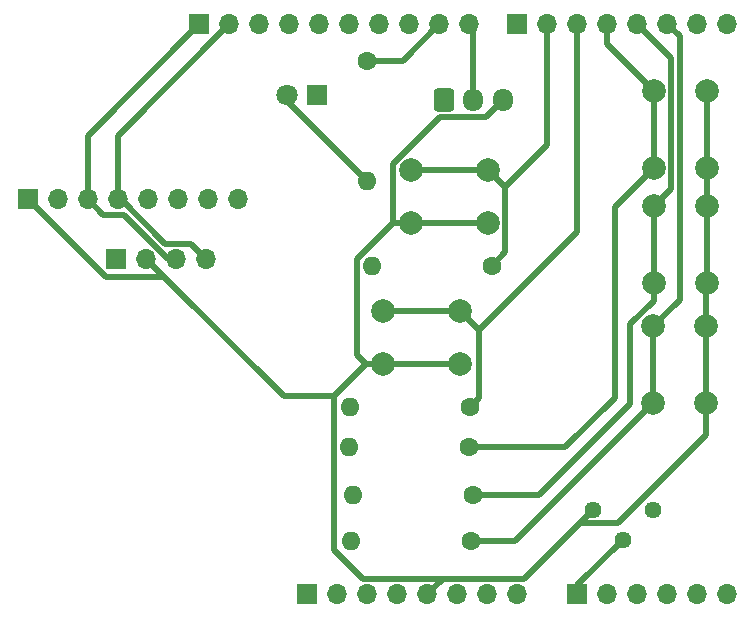
<source format=gbr>
%TF.GenerationSoftware,KiCad,Pcbnew,8.0.8*%
%TF.CreationDate,2025-02-03T17:06:43-07:00*%
%TF.ProjectId,ArduinoShieldThermoPro,41726475-696e-46f5-9368-69656c645468,rev?*%
%TF.SameCoordinates,Original*%
%TF.FileFunction,Copper,L1,Top*%
%TF.FilePolarity,Positive*%
%FSLAX46Y46*%
G04 Gerber Fmt 4.6, Leading zero omitted, Abs format (unit mm)*
G04 Created by KiCad (PCBNEW 8.0.8) date 2025-02-03 17:06:43*
%MOMM*%
%LPD*%
G01*
G04 APERTURE LIST*
G04 Aperture macros list*
%AMRoundRect*
0 Rectangle with rounded corners*
0 $1 Rounding radius*
0 $2 $3 $4 $5 $6 $7 $8 $9 X,Y pos of 4 corners*
0 Add a 4 corners polygon primitive as box body*
4,1,4,$2,$3,$4,$5,$6,$7,$8,$9,$2,$3,0*
0 Add four circle primitives for the rounded corners*
1,1,$1+$1,$2,$3*
1,1,$1+$1,$4,$5*
1,1,$1+$1,$6,$7*
1,1,$1+$1,$8,$9*
0 Add four rect primitives between the rounded corners*
20,1,$1+$1,$2,$3,$4,$5,0*
20,1,$1+$1,$4,$5,$6,$7,0*
20,1,$1+$1,$6,$7,$8,$9,0*
20,1,$1+$1,$8,$9,$2,$3,0*%
G04 Aperture macros list end*
%TA.AperFunction,ComponentPad*%
%ADD10O,1.600000X1.600000*%
%TD*%
%TA.AperFunction,ComponentPad*%
%ADD11C,1.600000*%
%TD*%
%TA.AperFunction,ComponentPad*%
%ADD12O,1.700000X1.950000*%
%TD*%
%TA.AperFunction,ComponentPad*%
%ADD13RoundRect,0.250000X-0.600000X-0.725000X0.600000X-0.725000X0.600000X0.725000X-0.600000X0.725000X0*%
%TD*%
%TA.AperFunction,ComponentPad*%
%ADD14R,1.700000X1.700000*%
%TD*%
%TA.AperFunction,ComponentPad*%
%ADD15O,1.700000X1.700000*%
%TD*%
%TA.AperFunction,ComponentPad*%
%ADD16C,2.000000*%
%TD*%
%TA.AperFunction,ComponentPad*%
%ADD17C,1.440000*%
%TD*%
%TA.AperFunction,ComponentPad*%
%ADD18R,1.800000X1.800000*%
%TD*%
%TA.AperFunction,ComponentPad*%
%ADD19C,1.800000*%
%TD*%
%TA.AperFunction,Conductor*%
%ADD20C,0.508000*%
%TD*%
G04 APERTURE END LIST*
D10*
%TO.P,R6,2*%
%TO.N,Net-(D1-A)*%
X132960000Y-62450000D03*
D11*
%TO.P,R6,1*%
%TO.N,/LED_Light*%
X132960000Y-52290000D03*
%TD*%
%TO.P,R5,1*%
%TO.N,/Button_cal*%
X141676000Y-81644000D03*
D10*
%TO.P,R5,2*%
%TO.N,GND*%
X131516000Y-81644000D03*
%TD*%
D11*
%TO.P,R4,1*%
%TO.N,/Button_lock*%
X143540000Y-69640000D03*
D10*
%TO.P,R4,2*%
%TO.N,GND*%
X133380000Y-69640000D03*
%TD*%
%TO.P,R3,2*%
%TO.N,GND*%
X131760000Y-89090000D03*
D11*
%TO.P,R3,1*%
%TO.N,/Button_light*%
X141920000Y-89090000D03*
%TD*%
%TO.P,R2,1*%
%TO.N,/Button_units*%
X141600000Y-85030000D03*
D10*
%TO.P,R2,2*%
%TO.N,GND*%
X131440000Y-85030000D03*
%TD*%
D11*
%TO.P,R1,1*%
%TO.N,/Button_onoff*%
X141820000Y-92940000D03*
D10*
%TO.P,R1,2*%
%TO.N,GND*%
X131660000Y-92940000D03*
%TD*%
D12*
%TO.P,J7,3,Pin_3*%
%TO.N,+5V*%
X144490000Y-55600000D03*
%TO.P,J7,2,Pin_2*%
%TO.N,/Temp_Digital*%
X141990000Y-55600000D03*
D13*
%TO.P,J7,1,Pin_1*%
%TO.N,GND*%
X139490000Y-55600000D03*
%TD*%
D14*
%TO.P,J1,1,Pin_1*%
%TO.N,unconnected-(J1-Pin_1-Pad1)*%
X127940000Y-97460000D03*
D15*
%TO.P,J1,2,Pin_2*%
%TO.N,/IOREF*%
X130480000Y-97460000D03*
%TO.P,J1,3,Pin_3*%
%TO.N,/~{RESET}*%
X133020000Y-97460000D03*
%TO.P,J1,4,Pin_4*%
%TO.N,+3V3*%
X135560000Y-97460000D03*
%TO.P,J1,5,Pin_5*%
%TO.N,+5V*%
X138100000Y-97460000D03*
%TO.P,J1,6,Pin_6*%
%TO.N,GND*%
X140640000Y-97460000D03*
%TO.P,J1,7,Pin_7*%
X143180000Y-97460000D03*
%TO.P,J1,8,Pin_8*%
%TO.N,VCC*%
X145720000Y-97460000D03*
%TD*%
D14*
%TO.P,J3,1,Pin_1*%
%TO.N,/Temp_Sensor*%
X150800000Y-97460000D03*
D15*
%TO.P,J3,2,Pin_2*%
%TO.N,/A1*%
X153340000Y-97460000D03*
%TO.P,J3,3,Pin_3*%
%TO.N,/A2*%
X155880000Y-97460000D03*
%TO.P,J3,4,Pin_4*%
%TO.N,/A3*%
X158420000Y-97460000D03*
%TO.P,J3,5,Pin_5*%
%TO.N,/SDA{slash}A4*%
X160960000Y-97460000D03*
%TO.P,J3,6,Pin_6*%
%TO.N,/SCL{slash}A5*%
X163500000Y-97460000D03*
%TD*%
D14*
%TO.P,J2,1,Pin_1*%
%TO.N,/I2C_SCL*%
X118796000Y-49200000D03*
D15*
%TO.P,J2,2,Pin_2*%
%TO.N,/I2C_SDA*%
X121336000Y-49200000D03*
%TO.P,J2,3,Pin_3*%
%TO.N,/AREF*%
X123876000Y-49200000D03*
%TO.P,J2,4,Pin_4*%
%TO.N,GND*%
X126416000Y-49200000D03*
%TO.P,J2,5,Pin_5*%
%TO.N,/13*%
X128956000Y-49200000D03*
%TO.P,J2,6,Pin_6*%
%TO.N,/12*%
X131496000Y-49200000D03*
%TO.P,J2,7,Pin_7*%
%TO.N,/\u002A11*%
X134036000Y-49200000D03*
%TO.P,J2,8,Pin_8*%
%TO.N,/\u002A10*%
X136576000Y-49200000D03*
%TO.P,J2,9,Pin_9*%
%TO.N,/LED_Light*%
X139116000Y-49200000D03*
%TO.P,J2,10,Pin_10*%
%TO.N,/Temp_Digital*%
X141656000Y-49200000D03*
%TD*%
D16*
%TO.P,SW2,1,A*%
%TO.N,/Button_units*%
X157280000Y-61340000D03*
X157280000Y-54840000D03*
%TO.P,SW2,2,B*%
%TO.N,+5V*%
X161780000Y-61340000D03*
X161780000Y-54840000D03*
%TD*%
D17*
%TO.P,RV1,1,1*%
%TO.N,+5V*%
X152080000Y-90320000D03*
%TO.P,RV1,2,2*%
%TO.N,/Temp_Sensor*%
X154620000Y-92860000D03*
%TO.P,RV1,3,3*%
%TO.N,GND*%
X157160000Y-90320000D03*
%TD*%
D15*
%TO.P,J5,8,Pin_8*%
%TO.N,unconnected-(J5-Pin_8-Pad8)*%
X122060000Y-64020000D03*
%TO.P,J5,7,Pin_7*%
%TO.N,unconnected-(J5-Pin_7-Pad7)*%
X119520000Y-64020000D03*
%TO.P,J5,6,Pin_6*%
%TO.N,unconnected-(J5-Pin_6-Pad6)*%
X116980000Y-64020000D03*
%TO.P,J5,5,Pin_5*%
%TO.N,unconnected-(J5-Pin_5-Pad5)*%
X114440000Y-64020000D03*
%TO.P,J5,4,Pin_4*%
%TO.N,/I2C_SDA*%
X111900000Y-64020000D03*
%TO.P,J5,3,Pin_3*%
%TO.N,/I2C_SCL*%
X109360000Y-64020000D03*
%TO.P,J5,2,Pin_2*%
%TO.N,GND*%
X106820000Y-64020000D03*
D14*
%TO.P,J5,1,Pin_1*%
%TO.N,+5V*%
X104280000Y-64020000D03*
%TD*%
D16*
%TO.P,SW5,2,B*%
%TO.N,+5V*%
X140840000Y-77970000D03*
X134340000Y-77970000D03*
%TO.P,SW5,1,A*%
%TO.N,/Button_cal*%
X140840000Y-73470000D03*
X134340000Y-73470000D03*
%TD*%
%TO.P,SW4,2,B*%
%TO.N,+5V*%
X143240000Y-66040000D03*
X136740000Y-66040000D03*
%TO.P,SW4,1,A*%
%TO.N,/Button_lock*%
X143240000Y-61540000D03*
X136740000Y-61540000D03*
%TD*%
D18*
%TO.P,D1,1,K*%
%TO.N,GND*%
X128780000Y-55200000D03*
D19*
%TO.P,D1,2,A*%
%TO.N,Net-(D1-A)*%
X126240000Y-55200000D03*
%TD*%
D16*
%TO.P,SW3,2,B*%
%TO.N,+5V*%
X161780000Y-64630000D03*
X161780000Y-71130000D03*
%TO.P,SW3,1,A*%
%TO.N,/Button_light*%
X157280000Y-64630000D03*
X157280000Y-71130000D03*
%TD*%
D14*
%TO.P,J4,1,Pin_1*%
%TO.N,/7*%
X145720000Y-49200000D03*
D15*
%TO.P,J4,2,Pin_2*%
%TO.N,/Button_lock*%
X148260000Y-49200000D03*
%TO.P,J4,3,Pin_3*%
%TO.N,/Button_cal*%
X150800000Y-49200000D03*
%TO.P,J4,4,Pin_4*%
%TO.N,/Button_units*%
X153340000Y-49200000D03*
%TO.P,J4,5,Pin_5*%
%TO.N,/Button_light*%
X155880000Y-49200000D03*
%TO.P,J4,6,Pin_6*%
%TO.N,/Button_onoff*%
X158420000Y-49200000D03*
%TO.P,J4,7,Pin_7*%
%TO.N,/TX{slash}1*%
X160960000Y-49200000D03*
%TO.P,J4,8,Pin_8*%
%TO.N,/RX{slash}0*%
X163500000Y-49200000D03*
%TD*%
D16*
%TO.P,SW1,1,A*%
%TO.N,/Button_onoff*%
X157190000Y-81270000D03*
X157190000Y-74770000D03*
%TO.P,SW1,2,B*%
%TO.N,+5V*%
X161690000Y-81270000D03*
X161690000Y-74770000D03*
%TD*%
D14*
%TO.P,J6,1,Pin_1*%
%TO.N,GND*%
X111740000Y-69080000D03*
D15*
%TO.P,J6,2,Pin_2*%
%TO.N,+5V*%
X114280000Y-69080000D03*
%TO.P,J6,3,Pin_3*%
%TO.N,/I2C_SCL*%
X116820000Y-69080000D03*
%TO.P,J6,4,Pin_4*%
%TO.N,/I2C_SDA*%
X119360000Y-69080000D03*
%TD*%
D20*
%TO.N,+5V*%
X130186000Y-80709787D02*
X130186000Y-93716000D01*
X130186000Y-93716000D02*
X132626000Y-96156000D01*
X132626000Y-96156000D02*
X139404000Y-96156000D01*
X130186000Y-80709787D02*
X125909787Y-80709787D01*
X125909787Y-80709787D02*
X115820000Y-70620000D01*
%TO.N,/I2C_SDA*%
X119360000Y-69080000D02*
X118056000Y-67776000D01*
X118056000Y-67776000D02*
X115866000Y-67776000D01*
X115866000Y-67776000D02*
X112110000Y-64020000D01*
%TO.N,/I2C_SCL*%
X116820000Y-69080000D02*
X116124135Y-69080000D01*
X116124135Y-69080000D02*
X112368135Y-65324000D01*
X112368135Y-65324000D02*
X110664000Y-65324000D01*
X110664000Y-65324000D02*
X109360000Y-64020000D01*
%TO.N,/Temp_Digital*%
X141990000Y-55600000D02*
X141990000Y-49534000D01*
%TO.N,+5V*%
X130186000Y-80709787D02*
X132925787Y-77970000D01*
X135150000Y-66040000D02*
X135150000Y-61073733D01*
X135150000Y-61073733D02*
X139194733Y-57029000D01*
X143061000Y-57029000D02*
X144490000Y-55600000D01*
X139194733Y-57029000D02*
X143061000Y-57029000D01*
X132925787Y-77970000D02*
X132126000Y-77170213D01*
X132126000Y-77170213D02*
X132126000Y-69064000D01*
X132126000Y-69064000D02*
X135150000Y-66040000D01*
X135150000Y-66040000D02*
X136740000Y-66040000D01*
X132925787Y-77970000D02*
X134340000Y-77970000D01*
X140840000Y-77970000D02*
X134340000Y-77970000D01*
X143240000Y-66040000D02*
X136740000Y-66040000D01*
%TO.N,/Button_cal*%
X142475999Y-75105999D02*
X150800000Y-66781998D01*
X150800000Y-66781998D02*
X150800000Y-49200000D01*
%TO.N,/Button_lock*%
X144694000Y-62994000D02*
X148260000Y-59428000D01*
X148260000Y-59428000D02*
X148260000Y-49200000D01*
X143240000Y-61540000D02*
X136740000Y-61540000D01*
X143540000Y-69640000D02*
X144694000Y-68486000D01*
X144694000Y-68486000D02*
X144694000Y-62994000D01*
X144694000Y-62994000D02*
X143240000Y-61540000D01*
%TO.N,/Button_cal*%
X134340000Y-73470000D02*
X140840000Y-73470000D01*
X141676000Y-81644000D02*
X142475999Y-80844001D01*
X142475999Y-80844001D02*
X142475999Y-75105999D01*
X142475999Y-75105999D02*
X140840000Y-73470000D01*
%TO.N,/Button_onoff*%
X157190000Y-74770000D02*
X159442000Y-72518000D01*
X159442000Y-72518000D02*
X159442000Y-50222000D01*
X159442000Y-50222000D02*
X158420000Y-49200000D01*
%TO.N,/Button_light*%
X157280000Y-64630000D02*
X158734000Y-63176000D01*
X158734000Y-63176000D02*
X158734000Y-52054000D01*
X158734000Y-52054000D02*
X155880000Y-49200000D01*
%TO.N,/Button_units*%
X157280000Y-54840000D02*
X153340000Y-50900000D01*
X153340000Y-50900000D02*
X153340000Y-49200000D01*
X157280000Y-61340000D02*
X157280000Y-54840000D01*
%TO.N,/Button_light*%
X157280000Y-71130000D02*
X157280000Y-64630000D01*
%TO.N,/Button_units*%
X149770000Y-85030000D02*
X153950000Y-80850000D01*
X153950000Y-64670000D02*
X157280000Y-61340000D01*
X141600000Y-85030000D02*
X149770000Y-85030000D01*
X153950000Y-80850000D02*
X153950000Y-64670000D01*
%TO.N,/Button_light*%
X147530000Y-89090000D02*
X155280000Y-81340000D01*
X141920000Y-89090000D02*
X147530000Y-89090000D01*
X157280000Y-72623733D02*
X157280000Y-71130000D01*
X155280000Y-81340000D02*
X155280000Y-74623733D01*
X155280000Y-74623733D02*
X157280000Y-72623733D01*
%TO.N,/Button_onoff*%
X157190000Y-81270000D02*
X157190000Y-74770000D01*
X141820000Y-92940000D02*
X145520000Y-92940000D01*
X145520000Y-92940000D02*
X157190000Y-81270000D01*
%TO.N,+5V*%
X161780000Y-61340000D02*
X161780000Y-54840000D01*
X161780000Y-64630000D02*
X161780000Y-61340000D01*
X161780000Y-71130000D02*
X161780000Y-64630000D01*
X161690000Y-74770000D02*
X161690000Y-71220000D01*
X161690000Y-81270000D02*
X161690000Y-74770000D01*
X146244000Y-96156000D02*
X150745000Y-91655000D01*
X154245000Y-91415000D02*
X161690000Y-83970000D01*
X150745000Y-91655000D02*
X152080000Y-90320000D01*
X150745000Y-91655000D02*
X150985000Y-91415000D01*
X161690000Y-83970000D02*
X161690000Y-81270000D01*
X150985000Y-91415000D02*
X154245000Y-91415000D01*
X138100000Y-97460000D02*
X139404000Y-96156000D01*
X139404000Y-96156000D02*
X146244000Y-96156000D01*
%TO.N,/Temp_Sensor*%
X154620000Y-92860000D02*
X150800000Y-96680000D01*
X150800000Y-96680000D02*
X150800000Y-97460000D01*
%TO.N,/I2C_SDA*%
X111900000Y-64020000D02*
X111900000Y-58636000D01*
X111900000Y-58636000D02*
X121336000Y-49200000D01*
%TO.N,/I2C_SCL*%
X109360000Y-64020000D02*
X109360000Y-58636000D01*
%TO.N,/LED_Light*%
X132960000Y-52290000D02*
X136026000Y-52290000D01*
X136026000Y-52290000D02*
X139116000Y-49200000D01*
%TO.N,Net-(D1-A)*%
X132960000Y-62450000D02*
X126240000Y-55730000D01*
%TO.N,+5V*%
X115820000Y-70620000D02*
X114280000Y-69080000D01*
X110880000Y-70620000D02*
X104280000Y-64020000D01*
X115820000Y-70620000D02*
X110880000Y-70620000D01*
%TO.N,/I2C_SCL*%
X109360000Y-58636000D02*
X118796000Y-49200000D01*
%TD*%
M02*

</source>
